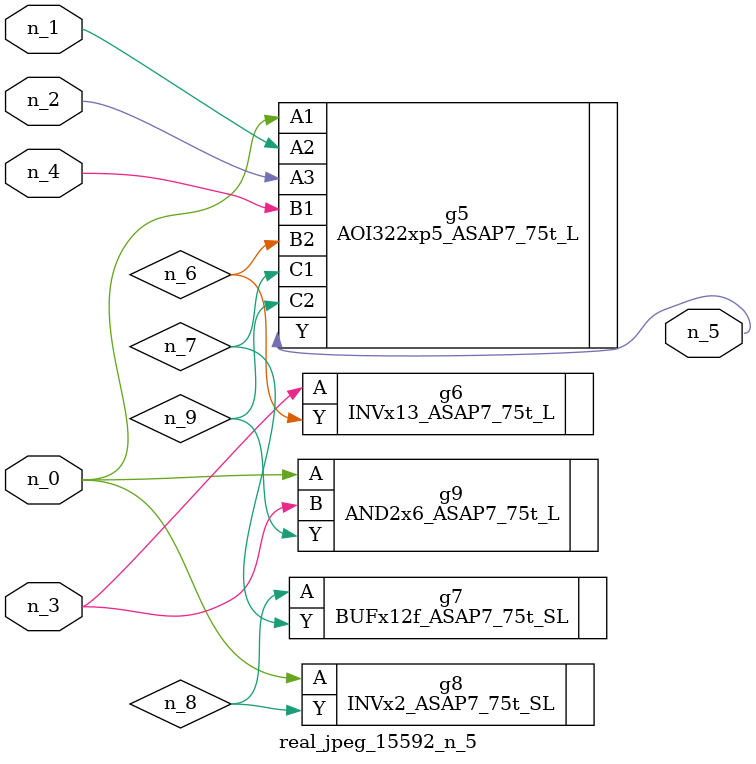
<source format=v>
module real_jpeg_15592_n_5 (n_4, n_0, n_1, n_2, n_3, n_5);

input n_4;
input n_0;
input n_1;
input n_2;
input n_3;

output n_5;

wire n_8;
wire n_6;
wire n_7;
wire n_9;

AOI322xp5_ASAP7_75t_L g5 ( 
.A1(n_0),
.A2(n_1),
.A3(n_2),
.B1(n_4),
.B2(n_6),
.C1(n_7),
.C2(n_9),
.Y(n_5)
);

INVx2_ASAP7_75t_SL g8 ( 
.A(n_0),
.Y(n_8)
);

AND2x6_ASAP7_75t_L g9 ( 
.A(n_0),
.B(n_3),
.Y(n_9)
);

INVx13_ASAP7_75t_L g6 ( 
.A(n_3),
.Y(n_6)
);

BUFx12f_ASAP7_75t_SL g7 ( 
.A(n_8),
.Y(n_7)
);


endmodule
</source>
